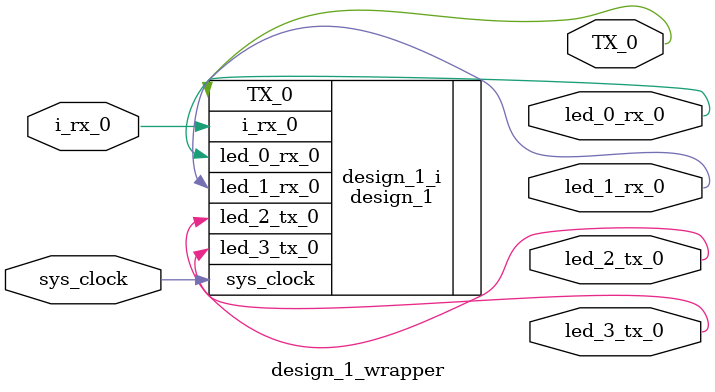
<source format=v>
`timescale 1 ps / 1 ps

module design_1_wrapper
   (TX_0,
    i_rx_0,
    led_0_rx_0,
    led_1_rx_0,
    led_2_tx_0,
    led_3_tx_0,
    sys_clock);
  output TX_0;
  input i_rx_0;
  output led_0_rx_0;
  output led_1_rx_0;
  output led_2_tx_0;
  output led_3_tx_0;
  input sys_clock;

  wire TX_0;
  wire i_rx_0;
  wire led_0_rx_0;
  wire led_1_rx_0;
  wire led_2_tx_0;
  wire led_3_tx_0;
  wire sys_clock;

  design_1 design_1_i
       (.TX_0(TX_0),
        .i_rx_0(i_rx_0),
        .led_0_rx_0(led_0_rx_0),
        .led_1_rx_0(led_1_rx_0),
        .led_2_tx_0(led_2_tx_0),
        .led_3_tx_0(led_3_tx_0),
        .sys_clock(sys_clock));
endmodule

</source>
